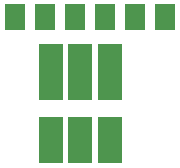
<source format=gts>
G04 #@! TF.GenerationSoftware,KiCad,Pcbnew,(6.0.6-0)*
G04 #@! TF.CreationDate,2022-07-24T09:40:11-04:00*
G04 #@! TF.ProjectId,hitclips_2040_adapter_v5,68697463-6c69-4707-935f-323034305f61,rev?*
G04 #@! TF.SameCoordinates,Original*
G04 #@! TF.FileFunction,Soldermask,Top*
G04 #@! TF.FilePolarity,Negative*
%FSLAX46Y46*%
G04 Gerber Fmt 4.6, Leading zero omitted, Abs format (unit mm)*
G04 Created by KiCad (PCBNEW (6.0.6-0)) date 2022-07-24 09:40:11*
%MOMM*%
%LPD*%
G01*
G04 APERTURE LIST*
%ADD10R,2.000000X4.800000*%
%ADD11R,2.000000X4.000000*%
%ADD12R,1.800000X2.200000*%
G04 APERTURE END LIST*
D10*
X134943200Y-90432000D03*
X137423200Y-90432000D03*
X139903200Y-90432000D03*
D11*
X139903200Y-96232000D03*
X137423200Y-96232000D03*
X134943200Y-96232000D03*
D12*
X131875600Y-85783200D03*
X134415600Y-85783200D03*
X136955600Y-85783200D03*
X139495600Y-85783200D03*
X142035600Y-85783200D03*
X144575600Y-85783200D03*
M02*

</source>
